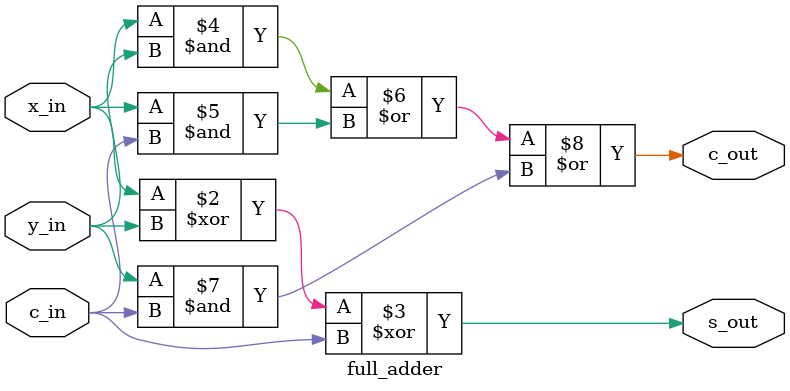
<source format=v>
module full_adder(output reg c_out, output reg s_out , input wire c_in, input wire x_in, input wire y_in);

always@(*)
begin
    s_out = x_in ^ y_in ^ c_in;
    c_out = (x_in & y_in) | (x_in & c_in) | (y_in & c_in);
end

endmodule
</source>
